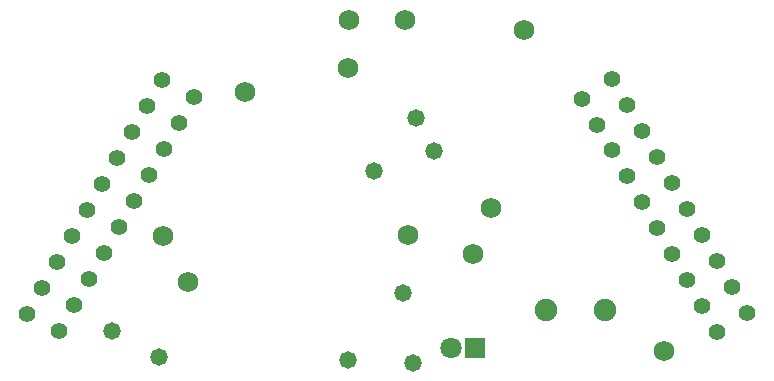
<source format=gbs>
%FSLAX44Y44*%
%MOMM*%
G71*
G01*
G75*
G04 Layer_Color=16711935*
%ADD10R,0.7000X0.9000*%
%ADD11R,0.8000X1.4000*%
%ADD12O,1.4000X0.3500*%
%ADD13R,0.8000X0.9000*%
%ADD14O,1.4500X0.6000*%
%ADD15C,0.5000*%
%ADD16C,0.2540*%
%ADD17C,0.2500*%
%ADD18C,0.4000*%
%ADD19C,1.5240*%
%ADD20C,1.6000*%
%ADD21R,1.6000X1.6000*%
%ADD22C,1.7000*%
%ADD23C,1.2000*%
%ADD24C,1.2700*%
%ADD25C,0.6000*%
%ADD26C,0.2000*%
%ADD27C,0.1000*%
%ADD28C,0.1270*%
%ADD29R,0.9032X1.1032*%
%ADD30R,1.0032X1.6032*%
%ADD31O,1.5000X0.4500*%
%ADD32R,1.0032X1.1032*%
%ADD33O,1.5500X0.7000*%
%ADD34C,1.7272*%
%ADD35C,1.8032*%
%ADD36R,1.8032X1.8032*%
%ADD37C,1.9032*%
%ADD38C,1.4032*%
%ADD39C,1.4732*%
D34*
X390906Y151130D02*
D03*
X183388Y149860D02*
D03*
X388112Y332994D02*
D03*
X340614Y333502D02*
D03*
X460756Y173990D02*
D03*
X445770Y134620D02*
D03*
X252500Y272000D02*
D03*
X205000Y111000D02*
D03*
X488750Y325000D02*
D03*
X607500Y52500D02*
D03*
X340106Y292354D02*
D03*
D35*
X427500Y55000D02*
D03*
D36*
X447500D02*
D03*
D37*
X557500Y87500D02*
D03*
X507500D02*
D03*
D38*
X678241Y85294D02*
D03*
X665541Y107290D02*
D03*
X652841Y129288D02*
D03*
X640141Y151285D02*
D03*
X627441Y173282D02*
D03*
X614741Y195279D02*
D03*
X602041Y217276D02*
D03*
X589341Y239273D02*
D03*
X576641Y261270D02*
D03*
X563941Y283267D02*
D03*
X538104Y266618D02*
D03*
X550804Y244621D02*
D03*
X563504Y222624D02*
D03*
X576204Y200627D02*
D03*
X588904Y178630D02*
D03*
X601604Y156632D02*
D03*
X614304Y134635D02*
D03*
X627004Y112638D02*
D03*
X639704Y90641D02*
D03*
X652404Y68644D02*
D03*
X95356Y69857D02*
D03*
X108056Y91854D02*
D03*
X120756Y113851D02*
D03*
X133456Y135848D02*
D03*
X146156Y157845D02*
D03*
X158856Y179842D02*
D03*
X171556Y201839D02*
D03*
X184256Y223836D02*
D03*
X196956Y245833D02*
D03*
X209656Y267830D02*
D03*
X182369Y281968D02*
D03*
X169669Y259971D02*
D03*
X156969Y237974D02*
D03*
X144269Y215977D02*
D03*
X131569Y193980D02*
D03*
X118869Y171982D02*
D03*
X106169Y149986D02*
D03*
X93469Y127988D02*
D03*
X80769Y105991D02*
D03*
X68069Y83994D02*
D03*
D39*
X362500Y205000D02*
D03*
X412500Y222500D02*
D03*
X395000Y42500D02*
D03*
X340000Y45000D02*
D03*
X386588Y101600D02*
D03*
X140000Y70000D02*
D03*
X180000Y47500D02*
D03*
X397500Y250250D02*
D03*
M02*

</source>
